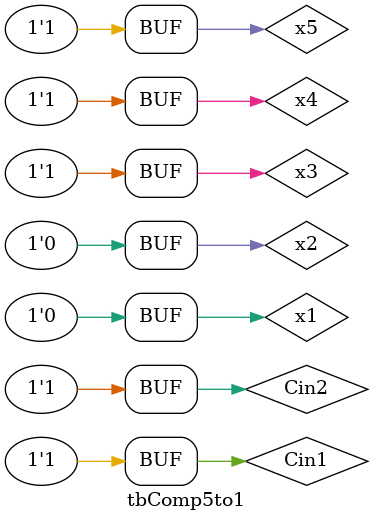
<source format=v>
`timescale 1ns/1ns
module tbComp5to1();
  
  reg x1,x2,x3,x4,x5,Cin1,Cin2;
  wire Sum,Cout1,Cout2,Carry;
  
  compressor5to1  func(x1,x2,x3,x4,x5,Cin1,Cin2,Sum,Carry,Cout1,Cout2);
  
  initial
  begin
    {x2,x3,x4,x5,Cin1,Cin2}=6'b000000;
    x1=1'b1;
    #1
    x2=~x2;
    #1
    x3=~x3;
    #1
    x4=~x4;
    #1
    x5=~x5;
    #1
    Cin1=~Cin1;
    x1=~x1;
    #1
    Cin2=~Cin2;
    x2=~x2;
    //step 1
    #1
    x3=~x3;
    #1
    x4=~x4;
    #1
    x5=~x5;
    #1
    Cin1=~Cin1;
    x1=~x1;
    #1
    Cin2=~Cin2;
    x2=~x2;
    //step 2
    #1
    x3=~x3;
    #1
    x4=~x4;
    #1
    x5=~x5;
    #1
    Cin1=~Cin1;
    x1=~x1;
    #1
    Cin2=~Cin2;
    x2=~x2;
    //step 3
    #1
    x3=~x3;
    #1
    x4=~x4;
    #1
    x5=~x5;
    #1
    Cin1=~Cin1;
    x1=~x1;
    #1
    Cin2=~Cin2;
    x2=~x2;
    //step 4
    #1
    x3=~x3;
    #1
    x4=~x4;
    #1
    x5=~x5;
    #1
    Cin1=~Cin1;
    x1=~x1;
    #1
    Cin2=~Cin2;
    x2=~x2;
  end
endmodule
    
    

</source>
